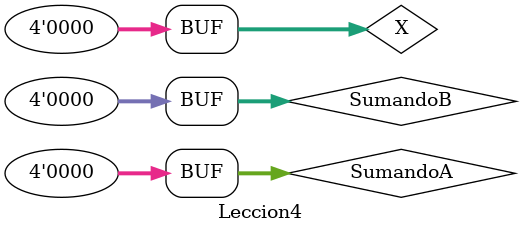
<source format=v>
module Leccion4 (/*AUTOARG*/ ) ;

   wire   [4:0] RtaSumadorNoSigno;
   reg   [3:0] SumandoA, SumandoB;

   wire [7:0] Y;
   reg   [3:0] X;

   SumadorNoSigno U1 (RtaSumadorNoSigno,SumandoA,SumandoB);
   
   NuevePorX U3 (Y,X);
   
   initial begin
      SumandoA = 'b0000;
      SumandoB = 'b0000;
      X = 'b0000;
   end

   initial begin
      repeat (16) begin
	 #1 X <= X + 1;
	 #1 {SumandoA,SumandoB} = {SumandoA,SumandoB} + 1;
      end
   end

   initial begin
      $dumpfile("Leccion4_Lab.vcd");
      $dumpvars;
   end
   
   
endmodule // Leccion4

</source>
